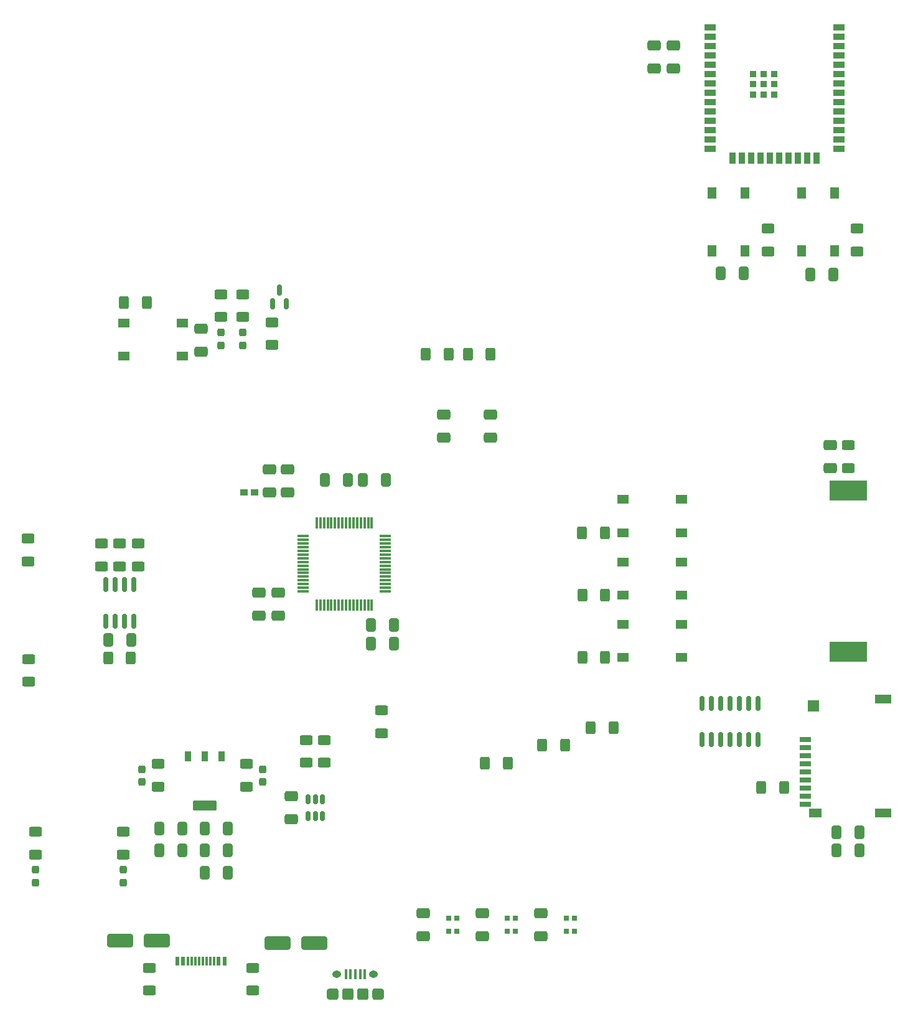
<source format=gtp>
%TF.GenerationSoftware,KiCad,Pcbnew,9.0.3*%
%TF.CreationDate,2025-12-27T22:41:26+05:30*%
%TF.ProjectId,STM32+ESP32,53544d33-322b-4455-9350-33322e6b6963,rev?*%
%TF.SameCoordinates,Original*%
%TF.FileFunction,Paste,Top*%
%TF.FilePolarity,Positive*%
%FSLAX46Y46*%
G04 Gerber Fmt 4.6, Leading zero omitted, Abs format (unit mm)*
G04 Created by KiCad (PCBNEW 9.0.3) date 2025-12-27 22:41:26*
%MOMM*%
%LPD*%
G01*
G04 APERTURE LIST*
G04 Aperture macros list*
%AMRoundRect*
0 Rectangle with rounded corners*
0 $1 Rounding radius*
0 $2 $3 $4 $5 $6 $7 $8 $9 X,Y pos of 4 corners*
0 Add a 4 corners polygon primitive as box body*
4,1,4,$2,$3,$4,$5,$6,$7,$8,$9,$2,$3,0*
0 Add four circle primitives for the rounded corners*
1,1,$1+$1,$2,$3*
1,1,$1+$1,$4,$5*
1,1,$1+$1,$6,$7*
1,1,$1+$1,$8,$9*
0 Add four rect primitives between the rounded corners*
20,1,$1+$1,$2,$3,$4,$5,0*
20,1,$1+$1,$4,$5,$6,$7,0*
20,1,$1+$1,$6,$7,$8,$9,0*
20,1,$1+$1,$8,$9,$2,$3,0*%
G04 Aperture macros list end*
%ADD10R,0.590000X1.150000*%
%ADD11R,0.298000X1.150000*%
%ADD12R,0.300000X1.600000*%
%ADD13R,1.600000X0.300000*%
%ADD14R,5.080000X2.790000*%
%ADD15RoundRect,0.250000X-0.400000X-0.625000X0.400000X-0.625000X0.400000X0.625000X-0.400000X0.625000X0*%
%ADD16RoundRect,0.250000X-0.625000X0.400000X-0.625000X-0.400000X0.625000X-0.400000X0.625000X0.400000X0*%
%ADD17RoundRect,0.237500X-0.237500X0.287500X-0.237500X-0.287500X0.237500X-0.287500X0.237500X0.287500X0*%
%ADD18R,1.549400X1.295400*%
%ADD19R,1.000000X0.970000*%
%ADD20RoundRect,0.250000X0.650000X-0.412500X0.650000X0.412500X-0.650000X0.412500X-0.650000X-0.412500X0*%
%ADD21RoundRect,0.250000X0.400000X0.625000X-0.400000X0.625000X-0.400000X-0.625000X0.400000X-0.625000X0*%
%ADD22RoundRect,0.150000X-0.150000X0.512500X-0.150000X-0.512500X0.150000X-0.512500X0.150000X0.512500X0*%
%ADD23RoundRect,0.250000X-0.412500X-0.650000X0.412500X-0.650000X0.412500X0.650000X-0.412500X0.650000X0*%
%ADD24RoundRect,0.250000X-0.650000X0.412500X-0.650000X-0.412500X0.650000X-0.412500X0.650000X0.412500X0*%
%ADD25RoundRect,0.150000X0.150000X-0.587500X0.150000X0.587500X-0.150000X0.587500X-0.150000X-0.587500X0*%
%ADD26RoundRect,0.250000X0.412500X0.650000X-0.412500X0.650000X-0.412500X-0.650000X0.412500X-0.650000X0*%
%ADD27RoundRect,0.237500X0.237500X-0.287500X0.237500X0.287500X-0.237500X0.287500X-0.237500X-0.287500X0*%
%ADD28R,0.700000X0.700000*%
%ADD29R,1.500000X0.900000*%
%ADD30R,0.900000X1.500000*%
%ADD31R,0.900000X0.900000*%
%ADD32R,1.600000X0.700000*%
%ADD33R,1.800000X1.200000*%
%ADD34R,1.500000X1.600000*%
%ADD35R,2.200000X1.200000*%
%ADD36RoundRect,0.069750X-0.395250X0.585250X-0.395250X-0.585250X0.395250X-0.585250X0.395250X0.585250X0*%
%ADD37RoundRect,0.098250X-1.521750X0.556750X-1.521750X-0.556750X1.521750X-0.556750X1.521750X0.556750X0*%
%ADD38RoundRect,0.250000X-1.500000X-0.650000X1.500000X-0.650000X1.500000X0.650000X-1.500000X0.650000X0*%
%ADD39RoundRect,0.250000X0.625000X-0.400000X0.625000X0.400000X-0.625000X0.400000X-0.625000X-0.400000X0*%
%ADD40O,0.890000X1.550000*%
%ADD41O,1.250000X0.950000*%
%ADD42RoundRect,0.100000X-0.100000X-0.575000X0.100000X-0.575000X0.100000X0.575000X-0.100000X0.575000X0*%
%ADD43RoundRect,0.250000X-0.475000X-0.525000X0.475000X-0.525000X0.475000X0.525000X-0.475000X0.525000X0*%
%ADD44RoundRect,0.250000X-0.500000X-0.525000X0.500000X-0.525000X0.500000X0.525000X-0.500000X0.525000X0*%
%ADD45R,1.295400X1.549400*%
%ADD46RoundRect,0.150000X-0.150000X0.825000X-0.150000X-0.825000X0.150000X-0.825000X0.150000X0.825000X0*%
%ADD47RoundRect,0.150000X-0.150000X0.835000X-0.150000X-0.835000X0.150000X-0.835000X0.150000X0.835000X0*%
G04 APERTURE END LIST*
D10*
%TO.C,J1*%
X172800000Y-293550000D03*
X173600000Y-293550000D03*
D11*
X174750000Y-293550000D03*
X175750000Y-293550000D03*
X176250000Y-293550000D03*
X177250000Y-293550000D03*
D10*
X179200000Y-293550000D03*
X178400000Y-293550000D03*
D11*
X177750000Y-293550000D03*
X176750000Y-293550000D03*
X175250000Y-293550000D03*
X174250000Y-293550000D03*
%TD*%
D12*
%TO.C,U1*%
X199250000Y-233900000D03*
X198750000Y-233900000D03*
X198250000Y-233900000D03*
X197750000Y-233900000D03*
X197250000Y-233900000D03*
X196750000Y-233900000D03*
X196250000Y-233900000D03*
X195750000Y-233900000D03*
X195250000Y-233900000D03*
X194750000Y-233900000D03*
X194250000Y-233900000D03*
X193750000Y-233900000D03*
X193250000Y-233900000D03*
X192750000Y-233900000D03*
X192250000Y-233900000D03*
X191750000Y-233900000D03*
D13*
X189900000Y-235750000D03*
X189900000Y-236250000D03*
X189900000Y-236750000D03*
X189900000Y-237250000D03*
X189900000Y-237750000D03*
X189900000Y-238250000D03*
X189900000Y-238750000D03*
X189900000Y-239250000D03*
X189900000Y-239750000D03*
X189900000Y-240250000D03*
X189900000Y-240750000D03*
X189900000Y-241250000D03*
X189900000Y-241750000D03*
X189900000Y-242250000D03*
X189900000Y-242750000D03*
X189900000Y-243250000D03*
D12*
X191750000Y-245100000D03*
X192250000Y-245100000D03*
X192750000Y-245100000D03*
X193250000Y-245100000D03*
X193750000Y-245100000D03*
X194250000Y-245100000D03*
X194750000Y-245100000D03*
X195250000Y-245100000D03*
X195750000Y-245100000D03*
X196250000Y-245100000D03*
X196750000Y-245100000D03*
X197250000Y-245100000D03*
X197750000Y-245100000D03*
X198250000Y-245100000D03*
X198750000Y-245100000D03*
X199250000Y-245100000D03*
D13*
X201100000Y-243250000D03*
X201100000Y-242750000D03*
X201100000Y-242250000D03*
X201100000Y-241750000D03*
X201100000Y-241250000D03*
X201100000Y-240750000D03*
X201100000Y-240250000D03*
X201100000Y-239750000D03*
X201100000Y-239250000D03*
X201100000Y-238750000D03*
X201100000Y-238250000D03*
X201100000Y-237750000D03*
X201100000Y-237250000D03*
X201100000Y-236750000D03*
X201100000Y-236250000D03*
X201100000Y-235750000D03*
%TD*%
D14*
%TO.C,BT1*%
X264100000Y-251470000D03*
X264100000Y-229500000D03*
%TD*%
D15*
%TO.C,R26*%
X163377500Y-252335000D03*
X166477500Y-252335000D03*
%TD*%
D16*
%TO.C,R15*%
X152550000Y-252450000D03*
X152550000Y-255550000D03*
%TD*%
D17*
%TO.C,D4*%
X168000000Y-267425000D03*
X168000000Y-269175000D03*
%TD*%
D16*
%TO.C,R8*%
X182200000Y-266727500D03*
X182200000Y-269827500D03*
%TD*%
D18*
%TO.C,SW8*%
X233425002Y-239249999D03*
X241374998Y-239249999D03*
X233425002Y-243750001D03*
X241374998Y-243750001D03*
%TD*%
D19*
%TO.C,FL1*%
X181830000Y-229800000D03*
X183300000Y-229800000D03*
%TD*%
D15*
%TO.C,R10*%
X227875002Y-243750001D03*
X230975002Y-243750001D03*
%TD*%
D20*
%TO.C,C9*%
X187800000Y-229800000D03*
X187800000Y-226675000D03*
%TD*%
D21*
%TO.C,R16*%
X255350000Y-269900000D03*
X252250000Y-269900000D03*
%TD*%
D16*
%TO.C,R9*%
X183000000Y-294450000D03*
X183000000Y-297550000D03*
%TD*%
D22*
%TO.C,U3*%
X192500000Y-271500000D03*
X191550000Y-271500000D03*
X190600000Y-271500000D03*
X190600000Y-273775000D03*
X191550000Y-273775000D03*
X192500000Y-273775000D03*
%TD*%
D23*
%TO.C,C17*%
X262500000Y-278500000D03*
X265625000Y-278500000D03*
%TD*%
D16*
%TO.C,R12*%
X200600000Y-259450000D03*
X200600000Y-262550000D03*
%TD*%
%TO.C,R11*%
X264100000Y-223350000D03*
X264100000Y-226450000D03*
%TD*%
D24*
%TO.C,C15*%
X206220000Y-287037500D03*
X206220000Y-290162500D03*
%TD*%
D15*
%TO.C,R19*%
X206600000Y-210962500D03*
X209700000Y-210962500D03*
%TD*%
D20*
%TO.C,C23*%
X240300000Y-172100000D03*
X240300000Y-168975000D03*
%TD*%
D25*
%TO.C,Q1*%
X185750000Y-204150000D03*
X187650000Y-204150000D03*
X186700000Y-202275000D03*
%TD*%
D26*
%TO.C,C21*%
X173500000Y-278500000D03*
X170375000Y-278500000D03*
%TD*%
D15*
%TO.C,R31*%
X222450000Y-264200000D03*
X225550000Y-264200000D03*
%TD*%
D27*
%TO.C,D7*%
X181700000Y-209775000D03*
X181700000Y-208025000D03*
%TD*%
D16*
%TO.C,R2*%
X192800000Y-263450000D03*
X192800000Y-266550000D03*
%TD*%
D23*
%TO.C,C18*%
X262500000Y-276000000D03*
X265625000Y-276000000D03*
%TD*%
D15*
%TO.C,R13*%
X227875002Y-252250001D03*
X230975002Y-252250001D03*
%TD*%
%TO.C,R29*%
X165550000Y-204000000D03*
X168650000Y-204000000D03*
%TD*%
D24*
%TO.C,C11*%
X215400000Y-219200000D03*
X215400000Y-222325000D03*
%TD*%
D20*
%TO.C,C6*%
X183900000Y-246562500D03*
X183900000Y-243437500D03*
%TD*%
D28*
%TO.C,D14*%
X225730000Y-289515000D03*
X226830000Y-289515000D03*
X226830000Y-287685000D03*
X225730000Y-287685000D03*
%TD*%
D26*
%TO.C,C2*%
X173500000Y-275500000D03*
X170375000Y-275500000D03*
%TD*%
D17*
%TO.C,D6*%
X184400000Y-267425000D03*
X184400000Y-269175000D03*
%TD*%
D15*
%TO.C,R17*%
X229050000Y-261800000D03*
X232150000Y-261800000D03*
%TD*%
D20*
%TO.C,C8*%
X185300000Y-229800000D03*
X185300000Y-226675000D03*
%TD*%
D26*
%TO.C,C5*%
X202262500Y-247800000D03*
X199137500Y-247800000D03*
%TD*%
D16*
%TO.C,R23*%
X164927500Y-236735000D03*
X164927500Y-239835000D03*
%TD*%
D28*
%TO.C,D13*%
X217706000Y-289515000D03*
X218806000Y-289515000D03*
X218806000Y-287685000D03*
X217706000Y-287685000D03*
%TD*%
D26*
%TO.C,C19*%
X166490000Y-249835000D03*
X163365000Y-249835000D03*
%TD*%
D29*
%TO.C,U10*%
X245300000Y-166550000D03*
X245300000Y-167820000D03*
X245300000Y-169090000D03*
X245300000Y-170360000D03*
X245300000Y-171630000D03*
X245300000Y-172900000D03*
X245300000Y-174170000D03*
X245300000Y-175440000D03*
X245300000Y-176710000D03*
X245300000Y-177980000D03*
X245300000Y-179250000D03*
X245300000Y-180520000D03*
X245300000Y-181790000D03*
X245300000Y-183060000D03*
D30*
X248330000Y-184310000D03*
X249600000Y-184310000D03*
X250870000Y-184310000D03*
X252140000Y-184310000D03*
X253410000Y-184310000D03*
X254680000Y-184310000D03*
X255950000Y-184310000D03*
X257220000Y-184310000D03*
X258490000Y-184310000D03*
X259760000Y-184310000D03*
D29*
X262800000Y-183060000D03*
X262800000Y-181790000D03*
X262800000Y-180520000D03*
X262800000Y-179250000D03*
X262800000Y-177980000D03*
X262800000Y-176710000D03*
X262800000Y-175440000D03*
X262800000Y-174170000D03*
X262800000Y-172900000D03*
X262800000Y-171630000D03*
X262800000Y-170360000D03*
X262800000Y-169090000D03*
X262800000Y-167820000D03*
X262800000Y-166550000D03*
D31*
X251150000Y-172870000D03*
X251150000Y-172870000D03*
X251150000Y-174270000D03*
X251150000Y-175670000D03*
X251150000Y-175670000D03*
X252550000Y-172870000D03*
X252550000Y-174270000D03*
X252550000Y-175670000D03*
X252550000Y-175670000D03*
X253950000Y-172870000D03*
X253950000Y-174270000D03*
X253950000Y-175670000D03*
%TD*%
D16*
%TO.C,R5*%
X153500000Y-275950000D03*
X153500000Y-279050000D03*
%TD*%
D32*
%TO.C,J10*%
X258250000Y-263400000D03*
X258250000Y-264500000D03*
X258250000Y-265600000D03*
X258250000Y-266700000D03*
X258250000Y-267800000D03*
X258250000Y-268900000D03*
X258250000Y-270000000D03*
X258250000Y-271100000D03*
X258250000Y-272200000D03*
D33*
X259550000Y-273400000D03*
D34*
X259300000Y-258800000D03*
D35*
X268850000Y-273400000D03*
X268850000Y-257900000D03*
%TD*%
D15*
%TO.C,R4*%
X227825002Y-235250001D03*
X230925002Y-235250001D03*
%TD*%
D16*
%TO.C,R7*%
X170200000Y-266727500D03*
X170200000Y-269827500D03*
%TD*%
D26*
%TO.C,C22*%
X249862500Y-200000000D03*
X246737500Y-200000000D03*
%TD*%
D36*
%TO.C,U2*%
X178790000Y-265655000D03*
X176500000Y-265655000D03*
D37*
X176500000Y-272345000D03*
D36*
X174210000Y-265655000D03*
%TD*%
D23*
%TO.C,C24*%
X258925000Y-200154898D03*
X262050000Y-200154898D03*
%TD*%
D26*
%TO.C,C4*%
X202262500Y-250400000D03*
X199137500Y-250400000D03*
%TD*%
D38*
%TO.C,D1*%
X186450000Y-291050000D03*
X191450000Y-291050000D03*
%TD*%
D21*
%TO.C,R18*%
X215400000Y-210962500D03*
X212300000Y-210962500D03*
%TD*%
D16*
%TO.C,R24*%
X162427500Y-236735000D03*
X162427500Y-239835000D03*
%TD*%
%TO.C,R25*%
X167427500Y-236735000D03*
X167427500Y-239835000D03*
%TD*%
D39*
%TO.C,R21*%
X178700000Y-205950000D03*
X178700000Y-202850000D03*
%TD*%
D24*
%TO.C,C16*%
X214244000Y-287037500D03*
X214244000Y-290162500D03*
%TD*%
D40*
%TO.C,J5*%
X193500000Y-298000000D03*
D41*
X194500000Y-295300000D03*
X199500000Y-295300000D03*
D40*
X200500000Y-298000000D03*
D42*
X195700000Y-295300000D03*
X196350000Y-295300000D03*
X197000000Y-295300000D03*
X197650000Y-295300000D03*
X198300000Y-295300000D03*
D43*
X193975000Y-298000000D03*
D44*
X196000000Y-298000000D03*
X198000000Y-298000000D03*
D43*
X200025000Y-298000000D03*
%TD*%
D20*
%TO.C,C20*%
X237610000Y-172100000D03*
X237610000Y-168975000D03*
%TD*%
D23*
%TO.C,C3*%
X176500000Y-281500000D03*
X179625000Y-281500000D03*
%TD*%
D28*
%TO.C,D12*%
X209682000Y-289515000D03*
X210782000Y-289515000D03*
X210782000Y-287685000D03*
X209682000Y-287685000D03*
%TD*%
D23*
%TO.C,C13*%
X198037500Y-228100000D03*
X201162500Y-228100000D03*
%TD*%
D45*
%TO.C,SW5*%
X245531300Y-196974998D03*
X245531300Y-189025002D03*
X250031302Y-196974998D03*
X250031302Y-189025002D03*
%TD*%
D16*
%TO.C,R14*%
X152500000Y-236050000D03*
X152500000Y-239150000D03*
%TD*%
D18*
%TO.C,SW9*%
X233425002Y-247749999D03*
X241374998Y-247749999D03*
X233425002Y-252250001D03*
X241374998Y-252250001D03*
%TD*%
D23*
%TO.C,C26*%
X176500000Y-278500000D03*
X179625000Y-278500000D03*
%TD*%
D26*
%TO.C,C12*%
X195962500Y-228100000D03*
X192837500Y-228100000D03*
%TD*%
D39*
%TO.C,R3*%
X190300000Y-266550000D03*
X190300000Y-263450000D03*
%TD*%
D18*
%TO.C,SW6*%
X233425002Y-230749999D03*
X241374998Y-230749999D03*
X233425002Y-235250001D03*
X241374998Y-235250001D03*
%TD*%
D16*
%TO.C,R1*%
X169000000Y-294450000D03*
X169000000Y-297550000D03*
%TD*%
D23*
%TO.C,C25*%
X176500000Y-275500000D03*
X179625000Y-275500000D03*
%TD*%
D24*
%TO.C,C27*%
X261600000Y-223337500D03*
X261600000Y-226462500D03*
%TD*%
D16*
%TO.C,R27*%
X253127101Y-193900000D03*
X253127101Y-197000000D03*
%TD*%
D24*
%TO.C,C28*%
X222268000Y-287037500D03*
X222268000Y-290162500D03*
%TD*%
%TO.C,C14*%
X176000000Y-207537500D03*
X176000000Y-210662500D03*
%TD*%
D38*
%TO.C,D3*%
X165000000Y-290750000D03*
X170000000Y-290750000D03*
%TD*%
D39*
%TO.C,R20*%
X181700000Y-205950000D03*
X181700000Y-202850000D03*
%TD*%
D27*
%TO.C,D2*%
X165400000Y-282875000D03*
X165400000Y-281125000D03*
%TD*%
D18*
%TO.C,SW2*%
X173474998Y-211250001D03*
X165525002Y-211250001D03*
X173474998Y-206749999D03*
X165525002Y-206749999D03*
%TD*%
D20*
%TO.C,C1*%
X188300000Y-274200000D03*
X188300000Y-271075000D03*
%TD*%
D39*
%TO.C,R22*%
X185700000Y-209750000D03*
X185700000Y-206650000D03*
%TD*%
D46*
%TO.C,U9*%
X166832500Y-242360000D03*
X165562500Y-242360000D03*
X164292500Y-242360000D03*
X163022500Y-242360000D03*
X163022500Y-247310000D03*
X164292500Y-247310000D03*
X165562500Y-247310000D03*
X166832500Y-247310000D03*
%TD*%
D15*
%TO.C,R30*%
X214650000Y-266600000D03*
X217750000Y-266600000D03*
%TD*%
D16*
%TO.C,R28*%
X265281303Y-193900000D03*
X265281303Y-197000000D03*
%TD*%
D24*
%TO.C,C10*%
X209000000Y-219200000D03*
X209000000Y-222325000D03*
%TD*%
D20*
%TO.C,C7*%
X186500000Y-246562500D03*
X186500000Y-243437500D03*
%TD*%
D47*
%TO.C,U5*%
X251810000Y-258450000D03*
X250540000Y-258450000D03*
X249270000Y-258450000D03*
X248000000Y-258450000D03*
X246730000Y-258450000D03*
X245460000Y-258450000D03*
X244190000Y-258450000D03*
X244190000Y-263400000D03*
X245460000Y-263400000D03*
X246730000Y-263400000D03*
X248000000Y-263400000D03*
X249270000Y-263400000D03*
X250540000Y-263400000D03*
X251810000Y-263400000D03*
%TD*%
D27*
%TO.C,D8*%
X178700000Y-209775000D03*
X178700000Y-208025000D03*
%TD*%
%TO.C,D5*%
X153500000Y-282875000D03*
X153500000Y-281125000D03*
%TD*%
D16*
%TO.C,R6*%
X165400000Y-275950000D03*
X165400000Y-279050000D03*
%TD*%
D45*
%TO.C,SW7*%
X257685502Y-196974998D03*
X257685502Y-189025002D03*
X262185504Y-196974998D03*
X262185504Y-189025002D03*
%TD*%
M02*

</source>
